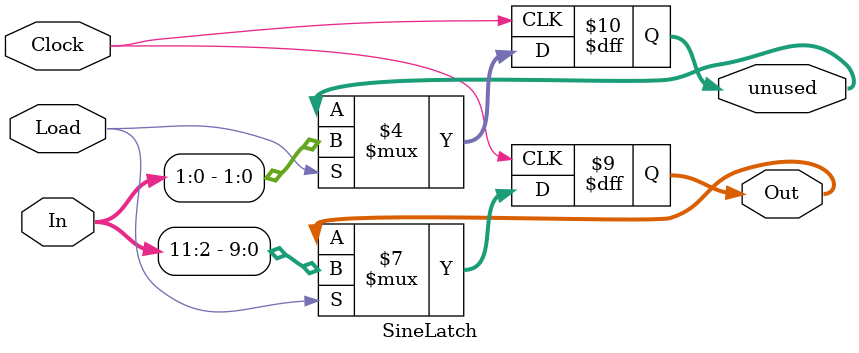
<source format=v>
/*
    SineLatch
*/

`timescale 1ns / 1ps

module SineLatch (input Clock,
                  input Load,
                  input     [11:0] In,
                  output reg [9:0] Out,
                  output reg [1:0] unused);

    always @ (posedge Clock)
    begin
        if (Load == 1)
        begin
            Out    = In [11:2];
            unused = In [1:0];
        end
    end
    
endmodule

</source>
